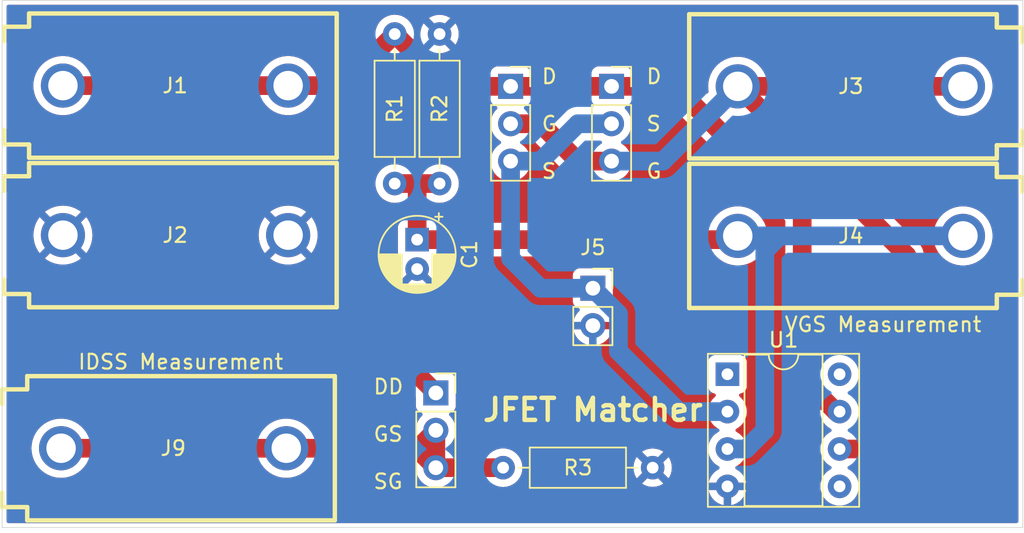
<source format=kicad_pcb>
(kicad_pcb (version 20221018) (generator pcbnew)
  (title_block (comment 2 "creativecommons.org/licenses/by/4.0") (comment 3 "License: CC BY 4.0") (comment 4 "Author: Guy John"))
  (layers (0 "F.Cu" signal) (31 "B.Cu" signal) (36 "B.SilkS" user "B.Silkscreen") (37 "F.SilkS" user "F.Silkscreen") (38 "B.Mask" user) (39 "F.Mask" user) (44 "Edge.Cuts" user))
  (net 0 "")
  (net 1 "/VREF")
  (net 2 "GND")
  (net 3 "VCC")
  (net 4 "Net-(J6-Pin_3)")
  (net 5 "Net-(J5-Pin_1)")
  (net 6 "Net-(J8-Pin_2)")
  (footprint "Rumblesan_Standard_Parts:Deltron_571_PCB_BananaJack" (layer "F.Cu") (at 177.546 69.342)
    (fp_text reference "J4" (at -7.62 0) (layer "F.SilkS"))
    (fp_text value "Banana Socket PCBMount")
    (fp_line (start -18.6 -4.9) (end 2.3 -4.9) (stroke (width 0.3)) (layer "F.SilkS"))
    (fp_line (start -18.6 4.9) (end -18.6 -4.9) (stroke (width 0.3)) (layer "F.SilkS"))
    (fp_line (start 2.3 -4.9) (end 2.3 -4) (stroke (width 0.3)) (layer "F.SilkS"))
    (fp_line (start 2.3 -4) (end 4 -4) (stroke (width 0.3)) (layer "F.SilkS"))
    (fp_line (start 2.3 4) (end 2.3 4.9) (stroke (width 0.3)) (layer "F.SilkS"))
    (fp_line (start 2.3 4.9) (end -18.6 4.9) (stroke (width 0.3)) (layer "F.SilkS"))
    (fp_line (start 4 -4) (end 4 -3) (stroke (width 0.3)) (layer "F.SilkS"))
    (fp_line (start 4 3) (end 4 4) (stroke (width 0.3)) (layer "F.SilkS"))
    (fp_line (start 4 4) (end 2.3 4) (stroke (width 0.3)) (layer "F.SilkS"))
    (pad "1" thru_hole circle (at -15.3 0) (size 3 3) (drill 2) (layers "*.Cu" "*.Mask") (net 1 "/VREF"))
    (pad "1" thru_hole circle (at 0 0) (size 3 3) (drill 2) (layers "*.Cu" "*.Mask") (net 1 "/VREF"))
  )
  (footprint "Rumblesan_Standard_Parts:Deltron_571_PCB_BananaJack" (layer "F.Cu") (at 177.546 59.182)
    (fp_text reference "J3" (at -7.62 0) (layer "F.SilkS"))
    (fp_text value "Banana Socket PCBMount")
    (fp_line (start -18.6 -4.9) (end 2.3 -4.9) (stroke (width 0.3)) (layer "F.SilkS"))
    (fp_line (start -18.6 4.9) (end -18.6 -4.9) (stroke (width 0.3)) (layer "F.SilkS"))
    (fp_line (start 2.3 -4.9) (end 2.3 -4) (stroke (width 0.3)) (layer "F.SilkS"))
    (fp_line (start 2.3 -4) (end 4 -4) (stroke (width 0.3)) (layer "F.SilkS"))
    (fp_line (start 2.3 4) (end 2.3 4.9) (stroke (width 0.3)) (layer "F.SilkS"))
    (fp_line (start 2.3 4.9) (end -18.6 4.9) (stroke (width 0.3)) (layer "F.SilkS"))
    (fp_line (start 4 -4) (end 4 -3) (stroke (width 0.3)) (layer "F.SilkS"))
    (fp_line (start 4 3) (end 4 4) (stroke (width 0.3)) (layer "F.SilkS"))
    (fp_line (start 4 4) (end 2.3 4) (stroke (width 0.3)) (layer "F.SilkS"))
    (pad "1" thru_hole circle (at -15.3 0) (size 3 3) (drill 2) (layers "*.Cu" "*.Mask") (net 4 "Net-(J6-Pin_3)"))
    (pad "1" thru_hole circle (at 0 0) (size 3 3) (drill 2) (layers "*.Cu" "*.Mask") (net 4 "Net-(J6-Pin_3)"))
  )
  (footprint "Rumblesan_Standard_Parts:R_Axial_DIN0207_L6.3mm_D2.5mm_P10.16mm_Horizontal" (layer "F.Cu") (at 156.464 85.09 180)
    (fp_text reference "R3" (at 5.08 0) (layer "F.SilkS"))
    (fp_text value "1k")
    (fp_line (start 1.04 0) (end 1.81 0) (stroke (width 0.12)) (layer "F.SilkS"))
    (fp_line (start 1.81 -1.37) (end 1.81 1.37) (stroke (width 0.12)) (layer "F.SilkS"))
    (fp_line (start 1.81 1.37) (end 8.35 1.37) (stroke (width 0.12)) (layer "F.SilkS"))
    (fp_line (start 8.35 -1.37) (end 1.81 -1.37) (stroke (width 0.12)) (layer "F.SilkS"))
    (fp_line (start 8.35 1.37) (end 8.35 -1.37) (stroke (width 0.12)) (layer "F.SilkS"))
    (fp_line (start 9.12 0) (end 8.35 0) (stroke (width 0.12)) (layer "F.SilkS"))
    (pad "1" thru_hole circle (at 0 0 180) (size 1.6 1.6) (drill 0.8) (layers "*.Cu" "*.Mask") (net 2 "GND"))
    (pad "2" thru_hole oval (at 10.16 0 180) (size 1.6 1.6) (drill 0.8) (layers "*.Cu" "*.Mask") (net 6 "Net-(J8-Pin_2)"))
  )
  (footprint "Connector_PinSocket_2.54mm:PinSocket_1x02_P2.54mm_Vertical" (layer "F.Cu") (at 152.4 72.898)
    (fp_text reference "J5" (at 0 -2.77) (layer "F.SilkS"))
    (fp_text value "Conn_01x02")
    (fp_line (start -1.33 1.27) (end -1.33 3.87) (stroke (width 0.12)) (layer "F.SilkS"))
    (fp_line (start -1.33 1.27) (end 1.33 1.27) (stroke (width 0.12)) (layer "F.SilkS"))
    (fp_line (start -1.33 3.87) (end 1.33 3.87) (stroke (width 0.12)) (layer "F.SilkS"))
    (fp_line (start 0 -1.33) (end 1.33 -1.33) (stroke (width 0.12)) (layer "F.SilkS"))
    (fp_line (start 1.33 -1.33) (end 1.33 0) (stroke (width 0.12)) (layer "F.SilkS"))
    (fp_line (start 1.33 1.27) (end 1.33 3.87) (stroke (width 0.12)) (layer "F.SilkS"))
    (pad "1" thru_hole rect (at 0 0) (size 1.7 1.7) (drill 1) (layers "*.Cu" "*.Mask") (net 5 "Net-(J5-Pin_1)"))
    (pad "2" thru_hole oval (at 0 2.54) (size 1.7 1.7) (drill 1) (layers "*.Cu" "*.Mask") (net 2 "GND"))
  )
  (footprint "Connector_PinSocket_2.54mm:PinSocket_1x03_P2.54mm_Vertical" (layer "F.Cu") (at 141.732 80.01)
    (fp_text reference "J8" hide)
    (fp_text value "D(GS/SG)" hide)
    (fp_line (start -1.33 1.27) (end -1.33 6.41) (stroke (width 0.12)) (layer "F.SilkS"))
    (fp_line (start -1.33 1.27) (end 1.33 1.27) (stroke (width 0.12)) (layer "F.SilkS"))
    (fp_line (start -1.33 6.41) (end 1.33 6.41) (stroke (width 0.12)) (layer "F.SilkS"))
    (fp_line (start 0 -1.33) (end 1.33 -1.33) (stroke (width 0.12)) (layer "F.SilkS"))
    (fp_line (start 1.33 -1.33) (end 1.33 0) (stroke (width 0.12)) (layer "F.SilkS"))
    (fp_line (start 1.33 1.27) (end 1.33 6.41) (stroke (width 0.12)) (layer "F.SilkS"))
    (pad "1" thru_hole rect (at 0 0) (size 1.7 1.7) (drill 1) (layers "*.Cu" "*.Mask") (net 3 "VCC"))
    (pad "2" thru_hole oval (at 0 2.54) (size 1.7 1.7) (drill 1) (layers "*.Cu" "*.Mask") (net 6 "Net-(J8-Pin_2)"))
    (pad "3" thru_hole oval (at 0 5.08) (size 1.7 1.7) (drill 1) (layers "*.Cu" "*.Mask") (net 6 "Net-(J8-Pin_2)"))
  )
  (footprint "Connector_PinSocket_2.54mm:PinSocket_1x03_P2.54mm_Vertical" (layer "F.Cu") (at 146.812 59.182)
    (fp_text reference "J7" hide)
    (fp_text value "DGS" hide)
    (fp_line (start -1.33 1.27) (end -1.33 6.41) (stroke (width 0.12)) (layer "F.SilkS"))
    (fp_line (start -1.33 1.27) (end 1.33 1.27) (stroke (width 0.12)) (layer "F.SilkS"))
    (fp_line (start -1.33 6.41) (end 1.33 6.41) (stroke (width 0.12)) (layer "F.SilkS"))
    (fp_line (start 0 -1.33) (end 1.33 -1.33) (stroke (width 0.12)) (layer "F.SilkS"))
    (fp_line (start 1.33 -1.33) (end 1.33 0) (stroke (width 0.12)) (layer "F.SilkS"))
    (fp_line (start 1.33 1.27) (end 1.33 6.41) (stroke (width 0.12)) (layer "F.SilkS"))
    (pad "1" thru_hole rect (at 0 0) (size 1.7 1.7) (drill 1) (layers "*.Cu" "*.Mask") (net 3 "VCC"))
    (pad "2" thru_hole oval (at 0 2.54) (size 1.7 1.7) (drill 1) (layers "*.Cu" "*.Mask") (net 4 "Net-(J6-Pin_3)"))
    (pad "3" thru_hole oval (at 0 5.08) (size 1.7 1.7) (drill 1) (layers "*.Cu" "*.Mask") (net 5 "Net-(J5-Pin_1)"))
  )
  (footprint "Rumblesan_Standard_Parts:Deltron_571_PCB_BananaJack" (layer "F.Cu") (at 116.398 59.131 180)
    (fp_text reference "J1" (at -7.62 0) (layer "F.SilkS"))
    (fp_text value "Banana Socket PCBMount")
    (fp_line (start -18.6 -4.9) (end 2.3 -4.9) (stroke (width 0.3)) (layer "F.SilkS"))
    (fp_line (start -18.6 4.9) (end -18.6 -4.9) (stroke (width 0.3)) (layer "F.SilkS"))
    (fp_line (start 2.3 -4.9) (end 2.3 -4) (stroke (width 0.3)) (layer "F.SilkS"))
    (fp_line (start 2.3 -4) (end 4 -4) (stroke (width 0.3)) (layer "F.SilkS"))
    (fp_line (start 2.3 4) (end 2.3 4.9) (stroke (width 0.3)) (layer "F.SilkS"))
    (fp_line (start 2.3 4.9) (end -18.6 4.9) (stroke (width 0.3)) (layer "F.SilkS"))
    (fp_line (start 4 -4) (end 4 -3) (stroke (width 0.3)) (layer "F.SilkS"))
    (fp_line (start 4 3) (end 4 4) (stroke (width 0.3)) (layer "F.SilkS"))
    (fp_line (start 4 4) (end 2.3 4) (stroke (width 0.3)) (layer "F.SilkS"))
    (pad "1" thru_hole circle (at -15.3 0 180) (size 3 3) (drill 2) (layers "*.Cu" "*.Mask") (net 3 "VCC"))
    (pad "1" thru_hole circle (at 0 0 180) (size 3 3) (drill 2) (layers "*.Cu" "*.Mask") (net 3 "VCC"))
  )
  (footprint "Rumblesan_Standard_Parts:R_Axial_DIN0207_L6.3mm_D2.5mm_P10.16mm_Horizontal" (layer "F.Cu") (at 138.938 65.786 90)
    (fp_text reference "R1" (at 5.08 0 90) (layer "F.SilkS"))
    (fp_text value "10k")
    (fp_line (start 1.04 0) (end 1.81 0) (stroke (width 0.12)) (layer "F.SilkS"))
    (fp_line (start 1.81 -1.37) (end 1.81 1.37) (stroke (width 0.12)) (layer "F.SilkS"))
    (fp_line (start 1.81 1.37) (end 8.35 1.37) (stroke (width 0.12)) (layer "F.SilkS"))
    (fp_line (start 8.35 -1.37) (end 1.81 -1.37) (stroke (width 0.12)) (layer "F.SilkS"))
    (fp_line (start 8.35 1.37) (end 8.35 -1.37) (stroke (width 0.12)) (layer "F.SilkS"))
    (fp_line (start 9.12 0) (end 8.35 0) (stroke (width 0.12)) (layer "F.SilkS"))
    (pad "1" thru_hole circle (at 0 0 90) (size 1.6 1.6) (drill 0.8) (layers "*.Cu" "*.Mask") (net 1 "/VREF"))
    (pad "2" thru_hole oval (at 10.16 0 90) (size 1.6 1.6) (drill 0.8) (layers "*.Cu" "*.Mask") (net 3 "VCC"))
  )
  (footprint "Rumblesan_Standard_Parts:Deltron_571_PCB_BananaJack" (layer "F.Cu") (at 116.272 83.769 180)
    (fp_text reference "J9" (at -7.62 0) (layer "F.SilkS"))
    (fp_text value "Banana Socket PCBMount")
    (fp_line (start -18.6 -4.9) (end 2.3 -4.9) (stroke (width 0.3)) (layer "F.SilkS"))
    (fp_line (start -18.6 4.9) (end -18.6 -4.9) (stroke (width 0.3)) (layer "F.SilkS"))
    (fp_line (start 2.3 -4.9) (end 2.3 -4) (stroke (width 0.3)) (layer "F.SilkS"))
    (fp_line (start 2.3 -4) (end 4 -4) (stroke (width 0.3)) (layer "F.SilkS"))
    (fp_line (start 2.3 4) (end 2.3 4.9) (stroke (width 0.3)) (layer "F.SilkS"))
    (fp_line (start 2.3 4.9) (end -18.6 4.9) (stroke (width 0.3)) (layer "F.SilkS"))
    (fp_line (start 4 -4) (end 4 -3) (stroke (width 0.3)) (layer "F.SilkS"))
    (fp_line (start 4 3) (end 4 4) (stroke (width 0.3)) (layer "F.SilkS"))
    (fp_line (start 4 4) (end 2.3 4) (stroke (width 0.3)) (layer "F.SilkS"))
    (pad "1" thru_hole circle (at -15.3 0 180) (size 3 3) (drill 2) (layers "*.Cu" "*.Mask") (net 6 "Net-(J8-Pin_2)"))
    (pad "1" thru_hole circle (at 0 0 180) (size 3 3) (drill 2) (layers "*.Cu" "*.Mask") (net 6 "Net-(J8-Pin_2)"))
  )
  (footprint "Rumblesan_Standard_Parts:CP_Radial_D5.0mm_P2.00mm" (layer "F.Cu") (at 140.462 69.596 -90)
    (fp_text reference "C1" (at 1.016 -3.556 90) (layer "F.SilkS"))
    (fp_text value "10uF")
    (fp_line (start -1.804775 -1.475) (end -1.304775 -1.475) (stroke (width 0.12)) (layer "F.SilkS"))
    (fp_line (start -1.554775 -1.725) (end -1.554775 -1.225) (stroke (width 0.12)) (layer "F.SilkS"))
    (fp_line (start 1 -2.58) (end 1 -1.04) (stroke (width 0.12)) (layer "F.SilkS"))
    (fp_line (start 1 1.04) (end 1 2.58) (stroke (width 0.12)) (layer "F.SilkS"))
    (fp_line (start 1.04 -2.58) (end 1.04 -1.04) (stroke (width 0.12)) (layer "F.SilkS"))
    (fp_line (start 1.04 1.04) (end 1.04 2.58) (stroke (width 0.12)) (layer "F.SilkS"))
    (fp_line (start 1.08 -2.579) (end 1.08 -1.04) (stroke (width 0.12)) (layer "F.SilkS"))
    (fp_line (start 1.08 1.04) (end 1.08 2.579) (stroke (width 0.12)) (layer "F.SilkS"))
    (fp_line (start 1.12 -2.578) (end 1.12 -1.04) (stroke (width 0.12)) (layer "F.SilkS"))
    (fp_line (start 1.12 1.04) (end 1.12 2.578) (stroke (width 0.12)) (layer "F.SilkS"))
    (fp_line (start 1.16 -2.576) (end 1.16 -1.04) (stroke (width 0.12)) (layer "F.SilkS"))
    (fp_line (start 1.16 1.04) (end 1.16 2.576) (stroke (width 0.12)) (layer "F.SilkS"))
    (fp_line (start 1.2 -2.573) (end 1.2 -1.04) (stroke (width 0.12)) (layer "F.SilkS"))
    (fp_line (start 1.2 1.04) (end 1.2 2.573) (stroke (width 0.12)) (layer "F.SilkS"))
    (fp_line (start 1.24 -2.569) (end 1.24 -1.04) (stroke (width 0.12)) (layer "F.SilkS"))
    (fp_line (start 1.24 1.04) (end 1.24 2.569) (stroke (width 0.12)) (layer "F.SilkS"))
    (fp_line (start 1.28 -2.565) (end 1.28 -1.04) (stroke (width 0.12)) (layer "F.SilkS"))
    (fp_line (start 1.28 1.04) (end 1.28 2.565) (stroke (width 0.12)) (layer "F.SilkS"))
    (fp_line (start 1.32 -2.561) (end 1.32 -1.04) (stroke (width 0.12)) (layer "F.SilkS"))
    (fp_line (start 1.32 1.04) (end 1.32 2.561) (stroke (width 0.12)) (layer "F.SilkS"))
    (fp_line (start 1.36 -2.556) (end 1.36 -1.04) (stroke (width 0.12)) (layer "F.SilkS"))
    (fp_line (start 1.36 1.04) (end 1.36 2.556) (stroke (width 0.12)) (layer "F.SilkS"))
    (fp_line (start 1.4 -2.55) (end 1.4 -1.04) (stroke (width 0.12)) (layer "F.SilkS"))
    (fp_line (start 1.4 1.04) (end 1.4 2.55) (stroke (width 0.12)) (layer "F.SilkS"))
    (fp_line (start 1.44 -2.543) (end 1.44 -1.04) (stroke (width 0.12)) (layer "F.SilkS"))
    (fp_line (start 1.44 1.04) (end 1.44 2.543) (stroke (width 0.12)) (layer "F.SilkS"))
    (fp_line (start 1.48 -2.536) (end 1.48 -1.04) (stroke (width 0.12)) (layer "F.SilkS"))
    (fp_line (start 1.48 1.04) (end 1.48 2.536) (stroke (width 0.12)) (layer "F.SilkS"))
    (fp_line (start 1.52 -2.528) (end 1.52 -1.04) (stroke (width 0.12)) (layer "F.SilkS"))
    (fp_line (start 1.52 1.04) (end 1.52 2.528) (stroke (width 0.12)) (layer "F.SilkS"))
    (fp_line (start 1.56 -2.52) (end 1.56 -1.04) (stroke (width 0.12)) (layer "F.SilkS"))
    (fp_line (start 1.56 1.04) (end 1.56 2.52) (stroke (width 0.12)) (layer "F.SilkS"))
    (fp_line (start 1.6 -2.511) (end 1.6 -1.04) (stroke (width 0.12)) (layer "F.SilkS"))
    (fp_line (start 1.6 1.04) (end 1.6 2.511) (stroke (width 0.12)) (layer "F.SilkS"))
    (fp_line (start 1.64 -2.501) (end 1.64 -1.04) (stroke (width 0.12)) (layer "F.SilkS"))
    (fp_line (start 1.64 1.04) (end 1.64 2.501) (stroke (width 0.12)) (layer "F.SilkS"))
    (fp_line (start 1.68 -2.491) (end 1.68 -1.04) (stroke (width 0.12)) (layer "F.SilkS"))
    (fp_line (start 1.68 1.04) (end 1.68 2.491) (stroke (width 0.12)) (layer "F.SilkS"))
    (fp_line (start 1.721 -2.48) (end 1.721 -1.04) (stroke (width 0.12)) (layer "F.SilkS"))
    (fp_line (start 1.721 1.04) (end 1.721 2.48) (stroke (width 0.12)) (layer "F.SilkS"))
    (fp_line (start 1.761 -2.468) (end 1.761 -1.04) (stroke (width 0.12)) (layer "F.SilkS"))
    (fp_line (start 1.761 1.04) (end 1.761 2.468) (stroke (width 0.12)) (layer "F.SilkS"))
    (fp_line (start 1.801 -2.455) (end 1.801 -1.04) (stroke (width 0.12)) (layer "F.SilkS"))
    (fp_line (start 1.801 1.04) (end 1.801 2.455) (stroke (width 0.12)) (layer "F.SilkS"))
    (fp_line (start 1.841 -2.442) (end 1.841 -1.04) (stroke (width 0.12)) (layer "F.SilkS"))
    (fp_line (start 1.841 1.04) (end 1.841 2.442) (stroke (width 0.12)) (layer "F.SilkS"))
    (fp_line (start 1.881 -2.428) (end 1.881 -1.04) (stroke (width 0.12)) (layer "F.SilkS"))
    (fp_line (start 1.881 1.04) (end 1.881 2.428) (stroke (width 0.12)) (layer "F.SilkS"))
    (fp_line (start 1.921 -2.414) (end 1.921 -1.04) (stroke (width 0.12)) (layer "F.SilkS"))
    (fp_line (start 1.921 1.04) (end 1.921 2.414) (stroke (width 0.12)) (layer "F.SilkS"))
    (fp_line (start 1.961 -2.398) (end 1.961 -1.04) (stroke (width 0.12)) (layer "F.SilkS"))
    (fp_line (start 1.961 1.04) (end 1.961 2.398) (stroke (width 0.12)) (layer "F.SilkS"))
    (fp_line (start 2.001 -2.382) (end 2.001 -1.04) (stroke (width 0.12)) (layer "F.SilkS"))
    (fp_line (start 2.001 1.04) (end 2.001 2.382) (stroke (width 0.12)) (layer "F.SilkS"))
    (fp_line (start 2.041 -2.365) (end 2.041 -1.04) (stroke (width 0.12)) (layer "F.SilkS"))
    (fp_line (start 2.041 1.04) (end 2.041 2.365) (stroke (width 0.12)) (layer "F.SilkS"))
    (fp_line (start 2.081 -2.348) (end 2.081 -1.04) (stroke (width 0.12)) (layer "F.SilkS"))
    (fp_line (start 2.081 1.04) (end 2.081 2.348) (stroke (width 0.12)) (layer "F.SilkS"))
    (fp_line (start 2.121 -2.329) (end 2.121 -1.04) (stroke (width 0.12)) (layer "F.SilkS"))
    (fp_line (start 2.121 1.04) (end 2.121 2.329) (stroke (width 0.12)) (layer "F.SilkS"))
    (fp_line (start 2.161 -2.31) (end 2.161 -1.04) (stroke (width 0.12)) (layer "F.SilkS"))
    (fp_line (start 2.161 1.04) (end 2.161 2.31) (stroke (width 0.12)) (layer "F.SilkS"))
    (fp_line (start 2.201 -2.29) (end 2.201 -1.04) (stroke (width 0.12)) (layer "F.SilkS"))
    (fp_line (start 2.201 1.04) (end 2.201 2.29) (stroke (width 0.12)) (layer "F.SilkS"))
    (fp_line (start 2.241 -2.268) (end 2.241 -1.04) (stroke (width 0.12)) (layer "F.SilkS"))
    (fp_line (start 2.241 1.04) (end 2.241 2.268) (stroke (width 0.12)) (layer "F.SilkS"))
    (fp_line (start 2.281 -2.247) (end 2.281 -1.04) (stroke (width 0.12)) (layer "F.SilkS"))
    (fp_line (start 2.281 1.04) (end 2.281 2.247) (stroke (width 0.12)) (layer "F.SilkS"))
    (fp_line (start 2.321 -2.224) (end 2.321 -1.04) (stroke (width 0.12)) (layer "F.SilkS"))
    (fp_line (start 2.321 1.04) (end 2.321 2.224) (stroke (width 0.12)) (layer "F.SilkS"))
    (fp_line (start 2.361 -2.2) (end 2.361 -1.04) (stroke (width 0.12)) (layer "F.SilkS"))
    (fp_line (start 2.361 1.04) (end 2.361 2.2) (stroke (width 0.12)) (layer "F.SilkS"))
    (fp_line (start 2.401 -2.175) (end 2.401 -1.04) (stroke (width 0.12)) (layer "F.SilkS"))
    (fp_line (start 2.401 1.04) (end 2.401 2.175) (stroke (width 0.12)) (layer "F.SilkS"))
    (fp_line (start 2.441 -2.149) (end 2.441 -1.04) (stroke (width 0.12)) (layer "F.SilkS"))
    (fp_line (start 2.441 1.04) (end 2.441 2.149) (stroke (width 0.12)) (layer "F.SilkS"))
    (fp_line (start 2.481 -2.122) (end 2.481 -1.04) (stroke (width 0.12)) (layer "F.SilkS"))
    (fp_line (start 2.481 1.04) (end 2.481 2.122) (stroke (width 0.12)) (layer "F.SilkS"))
    (fp_line (start 2.521 -2.095) (end 2.521 -1.04) (stroke (width 0.12)) (layer "F.SilkS"))
    (fp_line (start 2.521 1.04) (end 2.521 2.095) (stroke (width 0.12)) (layer "F.SilkS"))
    (fp_line (start 2.561 -2.065) (end 2.561 -1.04) (stroke (width 0.12)) (layer "F.SilkS"))
    (fp_line (start 2.561 1.04) (end 2.561 2.065) (stroke (width 0.12)) (layer "F.SilkS"))
    (fp_line (start 2.601 -2.035) (end 2.601 -1.04) (stroke (width 0.12)) (layer "F.SilkS"))
    (fp_line (start 2.601 1.04) (end 2.601 2.035) (stroke (width 0.12)) (layer "F.SilkS"))
    (fp_line (start 2.641 -2.004) (end 2.641 -1.04) (stroke (width 0.12)) (layer "F.SilkS"))
    (fp_line (start 2.641 1.04) (end 2.641 2.004) (stroke (width 0.12)) (layer "F.SilkS"))
    (fp_line (start 2.681 -1.971) (end 2.681 -1.04) (stroke (width 0.12)) (layer "F.SilkS"))
    (fp_line (start 2.681 1.04) (end 2.681 1.971) (stroke (width 0.12)) (layer "F.SilkS"))
    (fp_line (start 2.721 -1.937) (end 2.721 -1.04) (stroke (width 0.12)) (layer "F.SilkS"))
    (fp_line (start 2.721 1.04) (end 2.721 1.937) (stroke (width 0.12)) (layer "F.SilkS"))
    (fp_line (start 2.761 -1.901) (end 2.761 -1.04) (stroke (width 0.12)) (layer "F.SilkS"))
    (fp_line (start 2.761 1.04) (end 2.761 1.901) (stroke (width 0.12)) (layer "F.SilkS"))
    (fp_line (start 2.801 -1.864) (end 2.801 -1.04) (stroke (width 0.12)) (layer "F.SilkS"))
    (fp_line (start 2.801 1.04) (end 2.801 1.864) (stroke (width 0.12)) (layer "F.SilkS"))
    (fp_line (start 2.841 -1.826) (end 2.841 -1.04) (stroke (width 0.12)) (layer "F.SilkS"))
    (fp_line (start 2.841 1.04) (end 2.841 1.826) (stroke (width 0.12)) (layer "F.SilkS"))
    (fp_line (start 2.881 -1.785) (end 2.881 -1.04) (stroke (width 0.12)) (layer "F.SilkS"))
    (fp_line (start 2.881 1.04) (end 2.881 1.785) (stroke (width 0.12)) (layer "F.SilkS"))
    (fp_line (start 2.921 -1.743) (end 2.921 -1.04) (stroke (width 0.12)) (layer "F.SilkS"))
    (fp_line (start 2.921 1.04) (end 2.921 1.743) (stroke (width 0.12)) (layer "F.SilkS"))
    (fp_line (start 2.961 -1.699) (end 2.961 -1.04) (stroke (width 0.12)) (layer "F.SilkS"))
    (fp_line (start 2.961 1.04) (end 2.961 1.699) (stroke (width 0.12)) (layer "F.SilkS"))
    (fp_line (start 3.001 -1.653) (end 3.001 -1.04) (stroke (width 0.12)) (layer "F.SilkS"))
    (fp_line (start 3.001 1.04) (end 3.001 1.653) (stroke (width 0.12)) (layer "F.SilkS"))
    (fp_line (start 3.041 -1.605) (end 3.041 1.605) (stroke (width 0.12)) (layer "F.SilkS"))
    (fp_line (start 3.081 -1.554) (end 3.081 1.554) (stroke (width 0.12)) (layer "F.SilkS"))
    (fp_line (start 3.121 -1.5) (end 3.121 1.5) (stroke (width 0.12)) (layer "F.SilkS"))
    (fp_line (start 3.161 -1.443) (end 3.161 1.443) (stroke (width 0.12)) (layer "F.SilkS"))
    (fp_line (start 3.201 -1.383) (end 3.201 1.383) (stroke (width 0.12)) (layer "F.SilkS"))
    (fp_line (start 3.241 -1.319) (end 3.241 1.319) (stroke (width 0.12)) (layer "F.SilkS"))
    (fp_line (start 3.281 -1.251) (end 3.281 1.251) (stroke (width 0.12)) (layer "F.SilkS"))
    (fp_line (start 3.321 -1.178) (end 3.321 1.178) (stroke (width 0.12)) (layer "F.SilkS"))
    (fp_line (start 3.361 -1.098) (end 3.361 1.098) (stroke (width 0.12)) (layer "F.SilkS"))
    (fp_line (start 3.401 -1.011) (end 3.401 1.011) (stroke (width 0.12)) (layer "F.SilkS"))
    (fp_line (start 3.441 -0.915) (end 3.441 0.915) (stroke (width 0.12)) (layer "F.SilkS"))
    (fp_line (start 3.481 -0.805) (end 3.481 0.805) (stroke (width 0.12)) (layer "F.SilkS"))
    (fp_line (start 3.521 -0.677) (end 3.521 0.677) (stroke (width 0.12)) (layer "F.SilkS"))
    (fp_line (start 3.561 -0.518) (end 3.561 0.518) (stroke (width 0.12)) (layer "F.SilkS"))
    (fp_line (start 3.601 -0.284) (end 3.601 0.284) (stroke (width 0.12)) (layer "F.SilkS"))
    (fp_circle (center 1 0) (end 3.62 0) (stroke (width 0.12)) (fill none) (layer "F.SilkS"))
    (pad "1" thru_hole rect (at 0 0 270) (size 1.6 1.6) (drill 0.8) (layers "*.Cu" "*.Mask") (net 1 "/VREF"))
    (pad "2" thru_hole circle (at 2 0 270) (size 1.6 1.6) (drill 0.8) (layers "*.Cu" "*.Mask") (net 2 "GND"))
  )
  (footprint "Rumblesan_Standard_Parts:Deltron_571_PCB_BananaJack" (layer "F.Cu") (at 116.398 69.291 180)
    (fp_text reference "J2" (at -7.62 0) (layer "F.SilkS"))
    (fp_text value "Banana Socket PCBMount")
    (fp_line (start -18.6 -4.9) (end 2.3 -4.9) (stroke (width 0.3)) (layer "F.SilkS"))
    (fp_line (start -18.6 4.9) (end -18.6 -4.9) (stroke (width 0.3)) (layer "F.SilkS"))
    (fp_line (start 2.3 -4.9) (end 2.3 -4) (stroke (width 0.3)) (layer "F.SilkS"))
    (fp_line (start 2.3 -4) (end 4 -4) (stroke (width 0.3)) (layer "F.SilkS"))
    (fp_line (start 2.3 4) (end 2.3 4.9) (stroke (width 0.3)) (layer "F.SilkS"))
    (fp_line (start 2.3 4.9) (end -18.6 4.9) (stroke (width 0.3)) (layer "F.SilkS"))
    (fp_line (start 4 -4) (end 4 -3) (stroke (width 0.3)) (layer "F.SilkS"))
    (fp_line (start 4 3) (end 4 4) (stroke (width 0.3)) (layer "F.SilkS"))
    (fp_line (start 4 4) (end 2.3 4) (stroke (width 0.3)) (layer "F.SilkS"))
    (pad "1" thru_hole circle (at -15.3 0 180) (size 3 3) (drill 2) (layers "*.Cu" "*.Mask") (net 2 "GND"))
    (pad "1" thru_hole circle (at 0 0 180) (size 3 3) (drill 2) (layers "*.Cu" "*.Mask") (net 2 "GND"))
  )
  (footprint "Rumblesan_Standard_Parts:R_Axial_DIN0207_L6.3mm_D2.5mm_P10.16mm_Horizontal" (layer "F.Cu") (at 141.986 55.626 -90)
    (fp_text reference "R2" (at 5.08 0 90) (layer "F.SilkS"))
    (fp_text value "10k")
    (fp_line (start 1.04 0) (end 1.81 0) (stroke (width 0.12)) (layer "F.SilkS"))
    (fp_line (start 1.81 -1.37) (end 1.81 1.37) (stroke (width 0.12)) (layer "F.SilkS"))
    (fp_line (start 1.81 1.37) (end 8.35 1.37) (stroke (width 0.12)) (layer "F.SilkS"))
    (fp_line (start 8.35 -1.37) (end 1.81 -1.37) (stroke (width 0.12)) (layer "F.SilkS"))
    (fp_line (start 8.35 1.37) (end 8.35 -1.37) (stroke (width 0.12)) (layer "F.SilkS"))
    (fp_line (start 9.12 0) (end 8.35 0) (stroke (width 0.12)) (layer "F.SilkS"))
    (pad "1" thru_hole circle (at 0 0 270) (size 1.6 1.6) (drill 0.8) (layers "*.Cu" "*.Mask") (net 2 "GND"))
    (pad "2" thru_hole oval (at 10.16 0 270) (size 1.6 1.6) (drill 0.8) (layers "*.Cu" "*.Mask") (net 1 "/VREF"))
  )
  (footprint "Rumblesan_Standard_Parts:DIP-8_W7.62mm_Socket" (layer "F.Cu") (at 161.544 78.74)
    (fp_text reference "U1" (at 3.81 -2.33) (layer "F.SilkS"))
    (fp_text value "TL071")
    (fp_line (start -1.33 -1.39) (end -1.33 9.01) (stroke (width 0.12)) (layer "F.SilkS"))
    (fp_line (start -1.33 9.01) (end 8.95 9.01) (stroke (width 0.12)) (layer "F.SilkS"))
    (fp_line (start 1.16 -1.33) (end 1.16 8.95) (stroke (width 0.12)) (layer "F.SilkS"))
    (fp_line (start 1.16 8.95) (end 6.46 8.95) (stroke (width 0.12)) (layer "F.SilkS"))
    (fp_line (start 2.81 -1.33) (end 1.16 -1.33) (stroke (width 0.12)) (layer "F.SilkS"))
    (fp_line (start 6.46 -1.33) (end 4.81 -1.33) (stroke (width 0.12)) (layer "F.SilkS"))
    (fp_line (start 6.46 8.95) (end 6.46 -1.33) (stroke (width 0.12)) (layer "F.SilkS"))
    (fp_line (start 8.95 -1.39) (end -1.33 -1.39) (stroke (width 0.12)) (layer "F.SilkS"))
    (fp_line (start 8.95 9.01) (end 8.95 -1.39) (stroke (width 0.12)) (layer "F.SilkS"))
    (fp_arc (start 4.81 -1.33) (mid 3.81 -0.33) (end 2.81 -1.33) (stroke (width 0.12)) (layer "F.SilkS"))
    (pad "1" thru_hole rect (at 0 0) (size 1.6 1.6) (drill 0.8) (layers "*.Cu" "*.Mask"))
    (pad "2" thru_hole oval (at 0 2.54) (size 1.6 1.6) (drill 0.8) (layers "*.Cu" "*.Mask") (net 5 "Net-(J5-Pin_1)"))
    (pad "3" thru_hole oval (at 0 5.08) (size 1.6 1.6) (drill 0.8) (layers "*.Cu" "*.Mask") (net 1 "/VREF"))
    (pad "4" thru_hole oval (at 0 7.62) (size 1.6 1.6) (drill 0.8) (layers "*.Cu" "*.Mask") (net 2 "GND"))
    (pad "5" thru_hole oval (at 7.62 7.62) (size 1.6 1.6) (drill 0.8) (layers "*.Cu" "*.Mask"))
    (pad "6" thru_hole oval (at 7.62 5.08) (size 1.6 1.6) (drill 0.8) (layers "*.Cu" "*.Mask") (net 4 "Net-(J6-Pin_3)"))
    (pad "7" thru_hole oval (at 7.62 2.54) (size 1.6 1.6) (drill 0.8) (layers "*.Cu" "*.Mask") (net 3 "VCC"))
    (pad "8" thru_hole oval (at 7.62 0) (size 1.6 1.6) (drill 0.8) (layers "*.Cu" "*.Mask"))
  )
  (footprint "Connector_PinSocket_2.54mm:PinSocket_1x03_P2.54mm_Vertical" (layer "F.Cu") (at 153.67 59.182)
    (fp_text reference "J6" hide)
    (fp_text value "GSD" hide)
    (fp_line (start -1.33 1.27) (end -1.33 6.41) (stroke (width 0.12)) (layer "F.SilkS"))
    (fp_line (start -1.33 1.27) (end 1.33 1.27) (stroke (width 0.12)) (layer "F.SilkS"))
    (fp_line (start -1.33 6.41) (end 1.33 6.41) (stroke (width 0.12)) (layer "F.SilkS"))
    (fp_line (start 0 -1.33) (end 1.33 -1.33) (stroke (width 0.12)) (layer "F.SilkS"))
    (fp_line (start 1.33 -1.33) (end 1.33 0) (stroke (width 0.12)) (layer "F.SilkS"))
    (fp_line (start 1.33 1.27) (end 1.33 6.41) (stroke (width 0.12)) (layer "F.SilkS"))
    (pad "1" thru_hole rect (at 0 0) (size 1.7 1.7) (drill 1) (layers "*.Cu" "*.Mask") (net 3 "VCC"))
    (pad "2" thru_hole oval (at 0 2.54) (size 1.7 1.7) (drill 1) (layers "*.Cu" "*.Mask") (net 5 "Net-(J5-Pin_1)"))
    (pad "3" thru_hole oval (at 0 5.08) (size 1.7 1.7) (drill 1) (layers "*.Cu" "*.Mask") (net 4 "Net-(J6-Pin_3)"))
  )
  (gr_line (start 112.268 53.34) (end 181.61 53.34) (stroke (width 0.05)) (layer "Edge.Cuts"))
  (gr_line (start 181.61 89.154) (end 181.61 53.34) (stroke (width 0.05)) (layer "Edge.Cuts"))
  (gr_line (start 112.268 89.154) (end 181.61 89.154) (stroke (width 0.05)) (layer "Edge.Cuts"))
  (gr_line (start 112.268 53.34) (end 112.268 89.154) (stroke (width 0.05)) (layer "Edge.Cuts"))
  (gr_text "IDSS Measurement" (at 117.348 78.486) (layer "F.SilkS") (effects (font (size 1 1)) (justify left bottom)))
  (gr_text "JFET Matcher" (at 144.78 82.042) (layer "F.SilkS") (effects (font (size 1.5 1.5) (thickness 0.3) bold) (justify left bottom)))
  (gr_text "VGS Measurement" (at 165.354 75.946) (layer "F.SilkS") (effects (font (size 1 1)) (justify left bottom)))
  (gr_text "D\n\nG\n\nS" (at 148.844 65.532) (layer "F.SilkS") (effects (font (size 1 1)) (justify left bottom)))
  (gr_text "D\n\nS\n\nG" (at 155.956 65.532) (layer "F.SilkS") (effects (font (size 1 1)) (justify left bottom)))
  (gr_text "DD\n\nGS\n\nSG" (at 137.414 86.614) (layer "F.SilkS") (effects (font (size 1 1)) (justify left bottom)))
  (segment (start 140.462 69.596) (end 140.462 65.786) (width 1.27) (layer "F.Cu") (net 1))
  (segment (start 161.992 69.596) (end 162.246 69.342) (width 1.27) (layer "F.Cu") (net 1))
  (segment (start 140.462 69.596) (end 161.992 69.596) (width 1.27) (layer "F.Cu") (net 1))
  (segment (start 140.462 65.786) (end 141.986 65.786) (width 1.27) (layer "F.Cu") (net 1))
  (segment (start 138.938 65.786) (end 140.462 65.786) (width 1.27) (layer "F.Cu") (net 1))
  (segment (start 165.1 69.342) (end 177.546 69.342) (width 1.27) (layer "B.Cu") (net 1))
  (segment (start 164.084 70.358) (end 165.1 69.342) (width 1.27) (layer "B.Cu") (net 1))
  (segment (start 162.814 83.82) (end 164.084 82.55) (width 1.27) (layer "B.Cu") (net 1))
  (segment (start 164.084 82.55) (end 164.084 70.358) (width 1.27) (layer "B.Cu") (net 1))
  (segment (start 161.544 83.82) (end 162.814 83.82) (width 1.27) (layer "B.Cu") (net 1))
  (segment (start 162.246 69.342) (end 165.1 69.342) (width 1.27) (layer "B.Cu") (net 1))
  (segment (start 142.494 59.182) (end 146.812 59.182) (width 1.27) (layer "F.Cu") (net 3))
  (segment (start 138.938 55.626) (end 142.494 59.182) (width 1.27) (layer "F.Cu") (net 3))
  (segment (start 141.732 80.01) (end 135.433 73.711) (width 1.27) (layer "F.Cu") (net 3))
  (segment (start 135.433 73.711) (end 135.433 59.131) (width 1.27) (layer "F.Cu") (net 3))
  (segment (start 166.624 78.994) (end 168.91 81.28) (width 1.27) (layer "F.Cu") (net 3))
  (segment (start 146.812 59.182) (end 153.67 59.182) (width 1.27) (layer "F.Cu") (net 3))
  (segment (start 135.433 59.131) (end 138.938 55.626) (width 1.27) (layer "F.Cu") (net 3))
  (segment (start 131.698 59.131) (end 135.433 59.131) (width 1.27) (layer "F.Cu") (net 3))
  (segment (start 116.398 59.131) (end 131.698 59.131) (width 1.27) (layer "F.Cu") (net 3))
  (segment (start 153.67 59.182) (end 157.988 59.182) (width 1.27) (layer "F.Cu") (net 3))
  (segment (start 157.988 59.182) (end 166.624 67.818) (width 1.27) (layer "F.Cu") (net 3))
  (segment (start 168.91 81.28) (end 169.164 81.28) (width 1.27) (layer "F.Cu") (net 3))
  (segment (start 166.624 67.818) (end 166.624 78.994) (width 1.27) (layer "F.Cu") (net 3))
  (segment (start 173.736 70.672) (end 173.736 81.052607) (width 1.27) (layer "F.Cu") (net 4))
  (segment (start 146.812 61.722) (end 148.844 61.722) (width 1.27) (layer "F.Cu") (net 4))
  (segment (start 148.844 61.722) (end 151.384 64.262) (width 1.27) (layer "F.Cu") (net 4))
  (segment (start 162.246 59.182) (end 173.736 70.672) (width 1.27) (layer "F.Cu") (net 4))
  (segment (start 173.736 81.052607) (end 170.968607 83.82) (width 1.27) (layer "F.Cu") (net 4))
  (segment (start 162.246 59.182) (end 177.546 59.182) (width 1.27) (layer "F.Cu") (net 4))
  (segment (start 151.384 64.262) (end 153.67 64.262) (width 1.27) (layer "F.Cu") (net 4))
  (segment (start 170.968607 83.82) (end 169.164 83.82) (width 1.27) (layer "F.Cu") (net 4))
  (segment (start 153.67 64.262) (end 157.166 64.262) (width 1.27) (layer "B.Cu") (net 4))
  (segment (start 157.166 64.262) (end 162.246 59.182) (width 1.27) (layer "B.Cu") (net 4))
  (segment (start 158.242 81.28) (end 161.544 81.28) (width 1.27) (layer "B.Cu") (net 5))
  (segment (start 146.812 64.262) (end 146.812 70.866) (width 1.27) (layer "B.Cu") (net 5))
  (segment (start 148.844 64.262) (end 151.384 61.722) (width 1.27) (layer "B.Cu") (net 5))
  (segment (start 146.812 64.262) (end 148.844 64.262) (width 1.27) (layer "B.Cu") (net 5))
  (segment (start 152.4 72.898) (end 154.139 74.637) (width 1.27) (layer "B.Cu") (net 5))
  (segment (start 148.844 72.898) (end 152.4 72.898) (width 1.27) (layer "B.Cu") (net 5))
  (segment (start 151.384 61.722) (end 153.67 61.722) (width 1.27) (layer "B.Cu") (net 5))
  (segment (start 146.812 70.866) (end 148.844 72.898) (width 1.27) (layer "B.Cu") (net 5))
  (segment (start 154.139 77.177) (end 158.242 81.28) (width 1.27) (layer "B.Cu") (net 5))
  (segment (start 154.139 74.637) (end 154.139 77.177) (width 1.27) (layer "B.Cu") (net 5))
  (segment (start 140.513 83.769) (end 140.513 83.871) (width 1.27) (layer "F.Cu") (net 6))
  (segment (start 140.513 83.871) (end 141.732 85.09) (width 1.27) (layer "F.Cu") (net 6))
  (segment (start 141.732 82.55) (end 141.732 85.09) (width 1.27) (layer "F.Cu") (net 6))
  (segment (start 140.513 83.769) (end 141.732 82.55) (width 1.27) (layer "F.Cu") (net 6))
  (segment (start 131.572 83.769) (end 140.513 83.769) (width 1.27) (layer "F.Cu") (net 6))
  (segment (start 141.732 85.09) (end 146.304 85.09) (width 1.27) (layer "F.Cu") (net 6))
  (segment (start 116.272 83.769) (end 131.572 83.769) (width 1.27) (layer "F.Cu") (net 6))
  (zone (net 2) (net_name "GND") (layers "F&B.Cu") (connect_pads (clearance 0.508)) (min_thickness 0.25) (fill yes (thermal_gap 0.5) (thermal_bridge_width 0.5))
    (polygon (pts (xy 112.268 53.34) (xy 181.61 53.34) (xy 181.61 89.154) (xy 112.268 89.154)))
  )
)
</source>
